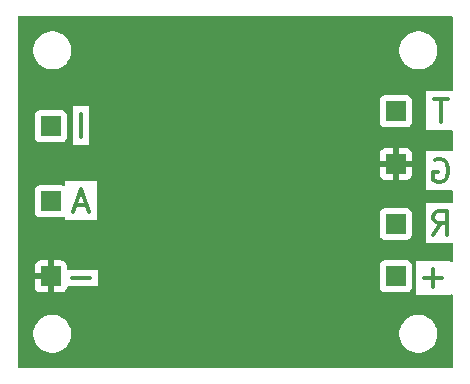
<source format=gbl>
%TF.GenerationSoftware,KiCad,Pcbnew,9.0.1+dfsg-1*%
%TF.CreationDate,2025-05-23T19:21:30+02:00*%
%TF.ProjectId,CWSensorKey,43575365-6e73-46f7-924b-65792e6b6963,rev?*%
%TF.SameCoordinates,Original*%
%TF.FileFunction,Copper,L2,Bot*%
%TF.FilePolarity,Positive*%
%FSLAX46Y46*%
G04 Gerber Fmt 4.6, Leading zero omitted, Abs format (unit mm)*
G04 Created by KiCad (PCBNEW 9.0.1+dfsg-1) date 2025-05-23 19:21:30*
%MOMM*%
%LPD*%
G01*
G04 APERTURE LIST*
%ADD10C,0.300000*%
%TA.AperFunction,NonConductor*%
%ADD11C,0.300000*%
%TD*%
%TA.AperFunction,ComponentPad*%
%ADD12R,1.700000X1.700000*%
%TD*%
%TA.AperFunction,ViaPad*%
%ADD13C,1.100000*%
%TD*%
G04 APERTURE END LIST*
D10*
D11*
X145891190Y-98128209D02*
X144938809Y-98128209D01*
X146081666Y-98699638D02*
X145415000Y-96699638D01*
X145415000Y-96699638D02*
X144748333Y-98699638D01*
D10*
D11*
X146176904Y-104287733D02*
X144653095Y-104287733D01*
D10*
D11*
X175275952Y-100604638D02*
X175942619Y-99652257D01*
X176418809Y-100604638D02*
X176418809Y-98604638D01*
X176418809Y-98604638D02*
X175656904Y-98604638D01*
X175656904Y-98604638D02*
X175466428Y-98699876D01*
X175466428Y-98699876D02*
X175371190Y-98795114D01*
X175371190Y-98795114D02*
X175275952Y-98985590D01*
X175275952Y-98985590D02*
X175275952Y-99271304D01*
X175275952Y-99271304D02*
X175371190Y-99461780D01*
X175371190Y-99461780D02*
X175466428Y-99557019D01*
X175466428Y-99557019D02*
X175656904Y-99652257D01*
X175656904Y-99652257D02*
X176418809Y-99652257D01*
D10*
D11*
X145414999Y-92349638D02*
X145414999Y-90349638D01*
D10*
D11*
X176021904Y-104287733D02*
X174498095Y-104287733D01*
X175259999Y-105049638D02*
X175259999Y-103525828D01*
D10*
D11*
X175371190Y-94254876D02*
X175561666Y-94159638D01*
X175561666Y-94159638D02*
X175847380Y-94159638D01*
X175847380Y-94159638D02*
X176133095Y-94254876D01*
X176133095Y-94254876D02*
X176323571Y-94445352D01*
X176323571Y-94445352D02*
X176418809Y-94635828D01*
X176418809Y-94635828D02*
X176514047Y-95016780D01*
X176514047Y-95016780D02*
X176514047Y-95302495D01*
X176514047Y-95302495D02*
X176418809Y-95683447D01*
X176418809Y-95683447D02*
X176323571Y-95873923D01*
X176323571Y-95873923D02*
X176133095Y-96064400D01*
X176133095Y-96064400D02*
X175847380Y-96159638D01*
X175847380Y-96159638D02*
X175656904Y-96159638D01*
X175656904Y-96159638D02*
X175371190Y-96064400D01*
X175371190Y-96064400D02*
X175275952Y-95969161D01*
X175275952Y-95969161D02*
X175275952Y-95302495D01*
X175275952Y-95302495D02*
X175656904Y-95302495D01*
D10*
D11*
X176466428Y-89079638D02*
X175323571Y-89079638D01*
X175895000Y-91079638D02*
X175895000Y-89079638D01*
D12*
%TO.P,J4,1,Pin_1*%
%TO.N,Net-(J4-Pin_1)*%
X142875000Y-91440000D03*
%TD*%
%TO.P,J2,1,Pin_1*%
%TO.N,GND*%
X172085000Y-94615000D03*
%TD*%
%TO.P,J3,1,Pin_1*%
%TO.N,Net-(J3-Pin_1)*%
X172085000Y-99695000D03*
%TD*%
%TO.P,J7,1,Pin_1*%
%TO.N,GND*%
X142875000Y-104140000D03*
%TD*%
%TO.P,J6,1,Pin_1*%
%TO.N,+3.3V*%
X172085000Y-104140000D03*
%TD*%
%TO.P,J1,1,Pin_1*%
%TO.N,Net-(J1-Pin_1)*%
X172085000Y-90170000D03*
%TD*%
%TO.P,J5,1,Pin_1*%
%TO.N,Net-(J5-Pin_1)*%
X142875000Y-97790000D03*
%TD*%
D13*
%TO.N,GND*%
X162560000Y-101600000D03*
X168910000Y-94615000D03*
X162560000Y-91440000D03*
X151130000Y-97155000D03*
X147955000Y-105410000D03*
X151130000Y-86360000D03*
%TD*%
%TA.AperFunction,Conductor*%
%TO.N,GND*%
G36*
X176867539Y-82095185D02*
G01*
X176913294Y-82147989D01*
X176924500Y-82199500D01*
X176924500Y-88292138D01*
X176904815Y-88359177D01*
X176852011Y-88404932D01*
X176800500Y-88416138D01*
X174660071Y-88416138D01*
X174660071Y-91743138D01*
X176800500Y-91743138D01*
X176867539Y-91762823D01*
X176913294Y-91815627D01*
X176924500Y-91867138D01*
X176924500Y-93370413D01*
X176904815Y-93437452D01*
X176852011Y-93483207D01*
X176800500Y-93494413D01*
X174612452Y-93494413D01*
X174612452Y-96824863D01*
X176800500Y-96824863D01*
X176867539Y-96844548D01*
X176913294Y-96897352D01*
X176924500Y-96948863D01*
X176924500Y-97815413D01*
X176904815Y-97882452D01*
X176852011Y-97928207D01*
X176800500Y-97939413D01*
X174609625Y-97939413D01*
X174609625Y-101270965D01*
X176800500Y-101270965D01*
X176867539Y-101290650D01*
X176913294Y-101343454D01*
X176924500Y-101394965D01*
X176924500Y-102802062D01*
X176904815Y-102869101D01*
X176852011Y-102914856D01*
X176782853Y-102924800D01*
X176719297Y-102895775D01*
X176712819Y-102889743D01*
X176685404Y-102862328D01*
X173834595Y-102862328D01*
X173834595Y-105713138D01*
X176685404Y-105713138D01*
X176712819Y-105685723D01*
X176774142Y-105652238D01*
X176843834Y-105657222D01*
X176899767Y-105699094D01*
X176924184Y-105764558D01*
X176924500Y-105773404D01*
X176924500Y-111800500D01*
X176904815Y-111867539D01*
X176852011Y-111913294D01*
X176800500Y-111924500D01*
X140199500Y-111924500D01*
X140132461Y-111904815D01*
X140086706Y-111852011D01*
X140075500Y-111800500D01*
X140075500Y-108874038D01*
X141399500Y-108874038D01*
X141399500Y-109125961D01*
X141438910Y-109374785D01*
X141516760Y-109614383D01*
X141631132Y-109838848D01*
X141779201Y-110042649D01*
X141779205Y-110042654D01*
X141957345Y-110220794D01*
X141957350Y-110220798D01*
X142135117Y-110349952D01*
X142161155Y-110368870D01*
X142304184Y-110441747D01*
X142385616Y-110483239D01*
X142385618Y-110483239D01*
X142385621Y-110483241D01*
X142625215Y-110561090D01*
X142874038Y-110600500D01*
X142874039Y-110600500D01*
X143125961Y-110600500D01*
X143125962Y-110600500D01*
X143374785Y-110561090D01*
X143614379Y-110483241D01*
X143838845Y-110368870D01*
X144042656Y-110220793D01*
X144220793Y-110042656D01*
X144368870Y-109838845D01*
X144483241Y-109614379D01*
X144561090Y-109374785D01*
X144600500Y-109125962D01*
X144600500Y-108874038D01*
X172399500Y-108874038D01*
X172399500Y-109125961D01*
X172438910Y-109374785D01*
X172516760Y-109614383D01*
X172631132Y-109838848D01*
X172779201Y-110042649D01*
X172779205Y-110042654D01*
X172957345Y-110220794D01*
X172957350Y-110220798D01*
X173135117Y-110349952D01*
X173161155Y-110368870D01*
X173304184Y-110441747D01*
X173385616Y-110483239D01*
X173385618Y-110483239D01*
X173385621Y-110483241D01*
X173625215Y-110561090D01*
X173874038Y-110600500D01*
X173874039Y-110600500D01*
X174125961Y-110600500D01*
X174125962Y-110600500D01*
X174374785Y-110561090D01*
X174614379Y-110483241D01*
X174838845Y-110368870D01*
X175042656Y-110220793D01*
X175220793Y-110042656D01*
X175368870Y-109838845D01*
X175483241Y-109614379D01*
X175561090Y-109374785D01*
X175600500Y-109125962D01*
X175600500Y-108874038D01*
X175561090Y-108625215D01*
X175483241Y-108385621D01*
X175483239Y-108385618D01*
X175483239Y-108385616D01*
X175441747Y-108304184D01*
X175368870Y-108161155D01*
X175349952Y-108135117D01*
X175220798Y-107957350D01*
X175220794Y-107957345D01*
X175042654Y-107779205D01*
X175042649Y-107779201D01*
X174838848Y-107631132D01*
X174838847Y-107631131D01*
X174838845Y-107631130D01*
X174768747Y-107595413D01*
X174614383Y-107516760D01*
X174374785Y-107438910D01*
X174125962Y-107399500D01*
X173874038Y-107399500D01*
X173749626Y-107419205D01*
X173625214Y-107438910D01*
X173385616Y-107516760D01*
X173161151Y-107631132D01*
X172957350Y-107779201D01*
X172957345Y-107779205D01*
X172779205Y-107957345D01*
X172779201Y-107957350D01*
X172631132Y-108161151D01*
X172516760Y-108385616D01*
X172438910Y-108625214D01*
X172399500Y-108874038D01*
X144600500Y-108874038D01*
X144561090Y-108625215D01*
X144483241Y-108385621D01*
X144483239Y-108385618D01*
X144483239Y-108385616D01*
X144441747Y-108304184D01*
X144368870Y-108161155D01*
X144349952Y-108135117D01*
X144220798Y-107957350D01*
X144220794Y-107957345D01*
X144042654Y-107779205D01*
X144042649Y-107779201D01*
X143838848Y-107631132D01*
X143838847Y-107631131D01*
X143838845Y-107631130D01*
X143768747Y-107595413D01*
X143614383Y-107516760D01*
X143374785Y-107438910D01*
X143125962Y-107399500D01*
X142874038Y-107399500D01*
X142749626Y-107419205D01*
X142625214Y-107438910D01*
X142385616Y-107516760D01*
X142161151Y-107631132D01*
X141957350Y-107779201D01*
X141957345Y-107779205D01*
X141779205Y-107957345D01*
X141779201Y-107957350D01*
X141631132Y-108161151D01*
X141516760Y-108385616D01*
X141438910Y-108625214D01*
X141399500Y-108874038D01*
X140075500Y-108874038D01*
X140075500Y-103242155D01*
X141525000Y-103242155D01*
X141525000Y-103890000D01*
X142441988Y-103890000D01*
X142409075Y-103947007D01*
X142375000Y-104074174D01*
X142375000Y-104205826D01*
X142409075Y-104332993D01*
X142441988Y-104390000D01*
X141525000Y-104390000D01*
X141525000Y-105037844D01*
X141531401Y-105097372D01*
X141531403Y-105097379D01*
X141581645Y-105232086D01*
X141581649Y-105232093D01*
X141667809Y-105347187D01*
X141667812Y-105347190D01*
X141782906Y-105433350D01*
X141782913Y-105433354D01*
X141917620Y-105483596D01*
X141917627Y-105483598D01*
X141977155Y-105489999D01*
X141977172Y-105490000D01*
X142625000Y-105490000D01*
X142625000Y-104573012D01*
X142682007Y-104605925D01*
X142809174Y-104640000D01*
X142940826Y-104640000D01*
X143067993Y-104605925D01*
X143125000Y-104573012D01*
X143125000Y-105490000D01*
X143772828Y-105490000D01*
X143772844Y-105489999D01*
X143832372Y-105483598D01*
X143832379Y-105483596D01*
X143967086Y-105433354D01*
X143967093Y-105433350D01*
X144082187Y-105347190D01*
X144082190Y-105347187D01*
X144168350Y-105232093D01*
X144168354Y-105232086D01*
X144218596Y-105097379D01*
X144218598Y-105097373D01*
X144222404Y-105061977D01*
X144249142Y-104997426D01*
X144306534Y-104957578D01*
X144345693Y-104951233D01*
X146840404Y-104951233D01*
X146840404Y-103624233D01*
X144349000Y-103624233D01*
X144281961Y-103604548D01*
X144236206Y-103551744D01*
X144225000Y-103500233D01*
X144225000Y-103242164D01*
X144224912Y-103241345D01*
X170726500Y-103241345D01*
X170726500Y-105038654D01*
X170733011Y-105099202D01*
X170733011Y-105099204D01*
X170782575Y-105232086D01*
X170784111Y-105236204D01*
X170871739Y-105353261D01*
X170988796Y-105440889D01*
X171103297Y-105483596D01*
X171120463Y-105489999D01*
X171125799Y-105491989D01*
X171153050Y-105494918D01*
X171186345Y-105498499D01*
X171186362Y-105498500D01*
X172983638Y-105498500D01*
X172983654Y-105498499D01*
X173010692Y-105495591D01*
X173044201Y-105491989D01*
X173049537Y-105489999D01*
X173066703Y-105483596D01*
X173181204Y-105440889D01*
X173298261Y-105353261D01*
X173385889Y-105236204D01*
X173436989Y-105099201D01*
X173440991Y-105061977D01*
X173443499Y-105038654D01*
X173443500Y-105038637D01*
X173443500Y-103241362D01*
X173443499Y-103241345D01*
X173440157Y-103210270D01*
X173436989Y-103180799D01*
X173385889Y-103043796D01*
X173298261Y-102926739D01*
X173181204Y-102839111D01*
X173044203Y-102788011D01*
X172983654Y-102781500D01*
X172983638Y-102781500D01*
X171186362Y-102781500D01*
X171186345Y-102781500D01*
X171125797Y-102788011D01*
X171125795Y-102788011D01*
X170988795Y-102839111D01*
X170871739Y-102926739D01*
X170784111Y-103043795D01*
X170733011Y-103180795D01*
X170733011Y-103180797D01*
X170726500Y-103241345D01*
X144224912Y-103241345D01*
X144218598Y-103182627D01*
X144218596Y-103182620D01*
X144168354Y-103047913D01*
X144168350Y-103047906D01*
X144082190Y-102932812D01*
X144082187Y-102932809D01*
X143967093Y-102846649D01*
X143967086Y-102846645D01*
X143832379Y-102796403D01*
X143832372Y-102796401D01*
X143772844Y-102790000D01*
X143125000Y-102790000D01*
X143125000Y-103706988D01*
X143067993Y-103674075D01*
X142940826Y-103640000D01*
X142809174Y-103640000D01*
X142682007Y-103674075D01*
X142625000Y-103706988D01*
X142625000Y-102790000D01*
X141977155Y-102790000D01*
X141917627Y-102796401D01*
X141917620Y-102796403D01*
X141782913Y-102846645D01*
X141782906Y-102846649D01*
X141667812Y-102932809D01*
X141667809Y-102932812D01*
X141581649Y-103047906D01*
X141581645Y-103047913D01*
X141531403Y-103182620D01*
X141531401Y-103182627D01*
X141525000Y-103242155D01*
X140075500Y-103242155D01*
X140075500Y-96891345D01*
X141516500Y-96891345D01*
X141516500Y-98688654D01*
X141523011Y-98749202D01*
X141523011Y-98749204D01*
X141540601Y-98796362D01*
X141574111Y-98886204D01*
X141661739Y-99003261D01*
X141778796Y-99090889D01*
X141915799Y-99141989D01*
X141943050Y-99144918D01*
X141976345Y-99148499D01*
X141976362Y-99148500D01*
X143773638Y-99148500D01*
X143773654Y-99148499D01*
X143800692Y-99145591D01*
X143834201Y-99141989D01*
X143915773Y-99111564D01*
X143985465Y-99106579D01*
X144046788Y-99140063D01*
X144080274Y-99201386D01*
X144083108Y-99227745D01*
X144083108Y-99364863D01*
X146746891Y-99364863D01*
X146746891Y-98796345D01*
X170726500Y-98796345D01*
X170726500Y-100593654D01*
X170733011Y-100654202D01*
X170733011Y-100654204D01*
X170784111Y-100791204D01*
X170871739Y-100908261D01*
X170988796Y-100995889D01*
X171125799Y-101046989D01*
X171153050Y-101049918D01*
X171186345Y-101053499D01*
X171186362Y-101053500D01*
X172983638Y-101053500D01*
X172983654Y-101053499D01*
X173010692Y-101050591D01*
X173044201Y-101046989D01*
X173181204Y-100995889D01*
X173298261Y-100908261D01*
X173385889Y-100791204D01*
X173436989Y-100654201D01*
X173440591Y-100620692D01*
X173443499Y-100593654D01*
X173443500Y-100593637D01*
X173443500Y-98796362D01*
X173443499Y-98796345D01*
X173438430Y-98749202D01*
X173436989Y-98735799D01*
X173385889Y-98598796D01*
X173298261Y-98481739D01*
X173181204Y-98394111D01*
X173044203Y-98343011D01*
X172983654Y-98336500D01*
X172983638Y-98336500D01*
X171186362Y-98336500D01*
X171186345Y-98336500D01*
X171125797Y-98343011D01*
X171125795Y-98343011D01*
X170988795Y-98394111D01*
X170871739Y-98481739D01*
X170784111Y-98598795D01*
X170733011Y-98735795D01*
X170733011Y-98735797D01*
X170726500Y-98796345D01*
X146746891Y-98796345D01*
X146746891Y-96034413D01*
X144083108Y-96034413D01*
X144083108Y-96352254D01*
X144063423Y-96419293D01*
X144010619Y-96465048D01*
X143941461Y-96474992D01*
X143915774Y-96468436D01*
X143834201Y-96438010D01*
X143773654Y-96431500D01*
X143773638Y-96431500D01*
X141976362Y-96431500D01*
X141976345Y-96431500D01*
X141915797Y-96438011D01*
X141915795Y-96438011D01*
X141778795Y-96489111D01*
X141661739Y-96576739D01*
X141574111Y-96693795D01*
X141523011Y-96830795D01*
X141523011Y-96830797D01*
X141516500Y-96891345D01*
X140075500Y-96891345D01*
X140075500Y-93717155D01*
X170735000Y-93717155D01*
X170735000Y-94365000D01*
X171651988Y-94365000D01*
X171619075Y-94422007D01*
X171585000Y-94549174D01*
X171585000Y-94680826D01*
X171619075Y-94807993D01*
X171651988Y-94865000D01*
X170735000Y-94865000D01*
X170735000Y-95512844D01*
X170741401Y-95572372D01*
X170741403Y-95572379D01*
X170791645Y-95707086D01*
X170791649Y-95707093D01*
X170877809Y-95822187D01*
X170877812Y-95822190D01*
X170992906Y-95908350D01*
X170992913Y-95908354D01*
X171127620Y-95958596D01*
X171127627Y-95958598D01*
X171187155Y-95964999D01*
X171187172Y-95965000D01*
X171835000Y-95965000D01*
X171835000Y-95048012D01*
X171892007Y-95080925D01*
X172019174Y-95115000D01*
X172150826Y-95115000D01*
X172277993Y-95080925D01*
X172335000Y-95048012D01*
X172335000Y-95965000D01*
X172982828Y-95965000D01*
X172982844Y-95964999D01*
X173042372Y-95958598D01*
X173042379Y-95958596D01*
X173177086Y-95908354D01*
X173177093Y-95908350D01*
X173292187Y-95822190D01*
X173292190Y-95822187D01*
X173378350Y-95707093D01*
X173378354Y-95707086D01*
X173428596Y-95572379D01*
X173428598Y-95572372D01*
X173434999Y-95512844D01*
X173435000Y-95512827D01*
X173435000Y-94865000D01*
X172518012Y-94865000D01*
X172550925Y-94807993D01*
X172585000Y-94680826D01*
X172585000Y-94549174D01*
X172550925Y-94422007D01*
X172518012Y-94365000D01*
X173435000Y-94365000D01*
X173435000Y-93717172D01*
X173434999Y-93717155D01*
X173428598Y-93657627D01*
X173428596Y-93657620D01*
X173378354Y-93522913D01*
X173378350Y-93522906D01*
X173292190Y-93407812D01*
X173292187Y-93407809D01*
X173177093Y-93321649D01*
X173177086Y-93321645D01*
X173042379Y-93271403D01*
X173042372Y-93271401D01*
X172982844Y-93265000D01*
X172335000Y-93265000D01*
X172335000Y-94181988D01*
X172277993Y-94149075D01*
X172150826Y-94115000D01*
X172019174Y-94115000D01*
X171892007Y-94149075D01*
X171835000Y-94181988D01*
X171835000Y-93265000D01*
X171187155Y-93265000D01*
X171127627Y-93271401D01*
X171127620Y-93271403D01*
X170992913Y-93321645D01*
X170992906Y-93321649D01*
X170877812Y-93407809D01*
X170877809Y-93407812D01*
X170791649Y-93522906D01*
X170791645Y-93522913D01*
X170741403Y-93657620D01*
X170741401Y-93657627D01*
X170735000Y-93717155D01*
X140075500Y-93717155D01*
X140075500Y-93013138D01*
X144751499Y-93013138D01*
X146078499Y-93013138D01*
X146078499Y-89686138D01*
X144751499Y-89686138D01*
X144751499Y-93013138D01*
X140075500Y-93013138D01*
X140075500Y-90541345D01*
X141516500Y-90541345D01*
X141516500Y-92338654D01*
X141523011Y-92399202D01*
X141523011Y-92399204D01*
X141574111Y-92536204D01*
X141661739Y-92653261D01*
X141778796Y-92740889D01*
X141915799Y-92791989D01*
X141943050Y-92794918D01*
X141976345Y-92798499D01*
X141976362Y-92798500D01*
X143773638Y-92798500D01*
X143773654Y-92798499D01*
X143800692Y-92795591D01*
X143834201Y-92791989D01*
X143971204Y-92740889D01*
X144088261Y-92653261D01*
X144175889Y-92536204D01*
X144226989Y-92399201D01*
X144230591Y-92365692D01*
X144233499Y-92338654D01*
X144233500Y-92338637D01*
X144233500Y-90541362D01*
X144233499Y-90541345D01*
X144230157Y-90510270D01*
X144226989Y-90480799D01*
X144175889Y-90343796D01*
X144088261Y-90226739D01*
X143971204Y-90139111D01*
X143834203Y-90088011D01*
X143773654Y-90081500D01*
X143773638Y-90081500D01*
X141976362Y-90081500D01*
X141976345Y-90081500D01*
X141915797Y-90088011D01*
X141915795Y-90088011D01*
X141778795Y-90139111D01*
X141661739Y-90226739D01*
X141574111Y-90343795D01*
X141523011Y-90480795D01*
X141523011Y-90480797D01*
X141516500Y-90541345D01*
X140075500Y-90541345D01*
X140075500Y-89271345D01*
X170726500Y-89271345D01*
X170726500Y-91068654D01*
X170733011Y-91129202D01*
X170733011Y-91129204D01*
X170784111Y-91266204D01*
X170871739Y-91383261D01*
X170988796Y-91470889D01*
X171125799Y-91521989D01*
X171153050Y-91524918D01*
X171186345Y-91528499D01*
X171186362Y-91528500D01*
X172983638Y-91528500D01*
X172983654Y-91528499D01*
X173010692Y-91525591D01*
X173044201Y-91521989D01*
X173181204Y-91470889D01*
X173298261Y-91383261D01*
X173385889Y-91266204D01*
X173436989Y-91129201D01*
X173440591Y-91095692D01*
X173443499Y-91068654D01*
X173443500Y-91068637D01*
X173443500Y-89271362D01*
X173443499Y-89271345D01*
X173440157Y-89240270D01*
X173436989Y-89210799D01*
X173385889Y-89073796D01*
X173298261Y-88956739D01*
X173181204Y-88869111D01*
X173044203Y-88818011D01*
X172983654Y-88811500D01*
X172983638Y-88811500D01*
X171186362Y-88811500D01*
X171186345Y-88811500D01*
X171125797Y-88818011D01*
X171125795Y-88818011D01*
X170988795Y-88869111D01*
X170871739Y-88956739D01*
X170784111Y-89073795D01*
X170733011Y-89210795D01*
X170733011Y-89210797D01*
X170726500Y-89271345D01*
X140075500Y-89271345D01*
X140075500Y-84874038D01*
X141399500Y-84874038D01*
X141399500Y-85125961D01*
X141438910Y-85374785D01*
X141516760Y-85614383D01*
X141631132Y-85838848D01*
X141779201Y-86042649D01*
X141779205Y-86042654D01*
X141957345Y-86220794D01*
X141957350Y-86220798D01*
X142135117Y-86349952D01*
X142161155Y-86368870D01*
X142304184Y-86441747D01*
X142385616Y-86483239D01*
X142385618Y-86483239D01*
X142385621Y-86483241D01*
X142625215Y-86561090D01*
X142874038Y-86600500D01*
X142874039Y-86600500D01*
X143125961Y-86600500D01*
X143125962Y-86600500D01*
X143374785Y-86561090D01*
X143614379Y-86483241D01*
X143838845Y-86368870D01*
X144042656Y-86220793D01*
X144220793Y-86042656D01*
X144368870Y-85838845D01*
X144483241Y-85614379D01*
X144561090Y-85374785D01*
X144600500Y-85125962D01*
X144600500Y-84874038D01*
X172399500Y-84874038D01*
X172399500Y-85125961D01*
X172438910Y-85374785D01*
X172516760Y-85614383D01*
X172631132Y-85838848D01*
X172779201Y-86042649D01*
X172779205Y-86042654D01*
X172957345Y-86220794D01*
X172957350Y-86220798D01*
X173135117Y-86349952D01*
X173161155Y-86368870D01*
X173304184Y-86441747D01*
X173385616Y-86483239D01*
X173385618Y-86483239D01*
X173385621Y-86483241D01*
X173625215Y-86561090D01*
X173874038Y-86600500D01*
X173874039Y-86600500D01*
X174125961Y-86600500D01*
X174125962Y-86600500D01*
X174374785Y-86561090D01*
X174614379Y-86483241D01*
X174838845Y-86368870D01*
X175042656Y-86220793D01*
X175220793Y-86042656D01*
X175368870Y-85838845D01*
X175483241Y-85614379D01*
X175561090Y-85374785D01*
X175600500Y-85125962D01*
X175600500Y-84874038D01*
X175561090Y-84625215D01*
X175483241Y-84385621D01*
X175483239Y-84385618D01*
X175483239Y-84385616D01*
X175441747Y-84304184D01*
X175368870Y-84161155D01*
X175349952Y-84135117D01*
X175220798Y-83957350D01*
X175220794Y-83957345D01*
X175042654Y-83779205D01*
X175042649Y-83779201D01*
X174838848Y-83631132D01*
X174838847Y-83631131D01*
X174838845Y-83631130D01*
X174768747Y-83595413D01*
X174614383Y-83516760D01*
X174374785Y-83438910D01*
X174125962Y-83399500D01*
X173874038Y-83399500D01*
X173749626Y-83419205D01*
X173625214Y-83438910D01*
X173385616Y-83516760D01*
X173161151Y-83631132D01*
X172957350Y-83779201D01*
X172957345Y-83779205D01*
X172779205Y-83957345D01*
X172779201Y-83957350D01*
X172631132Y-84161151D01*
X172516760Y-84385616D01*
X172438910Y-84625214D01*
X172399500Y-84874038D01*
X144600500Y-84874038D01*
X144561090Y-84625215D01*
X144483241Y-84385621D01*
X144483239Y-84385618D01*
X144483239Y-84385616D01*
X144441747Y-84304184D01*
X144368870Y-84161155D01*
X144349952Y-84135117D01*
X144220798Y-83957350D01*
X144220794Y-83957345D01*
X144042654Y-83779205D01*
X144042649Y-83779201D01*
X143838848Y-83631132D01*
X143838847Y-83631131D01*
X143838845Y-83631130D01*
X143768747Y-83595413D01*
X143614383Y-83516760D01*
X143374785Y-83438910D01*
X143125962Y-83399500D01*
X142874038Y-83399500D01*
X142749626Y-83419205D01*
X142625214Y-83438910D01*
X142385616Y-83516760D01*
X142161151Y-83631132D01*
X141957350Y-83779201D01*
X141957345Y-83779205D01*
X141779205Y-83957345D01*
X141779201Y-83957350D01*
X141631132Y-84161151D01*
X141516760Y-84385616D01*
X141438910Y-84625214D01*
X141399500Y-84874038D01*
X140075500Y-84874038D01*
X140075500Y-82199500D01*
X140095185Y-82132461D01*
X140147989Y-82086706D01*
X140199500Y-82075500D01*
X176800500Y-82075500D01*
X176867539Y-82095185D01*
G37*
%TD.AperFunction*%
%TD*%
M02*

</source>
